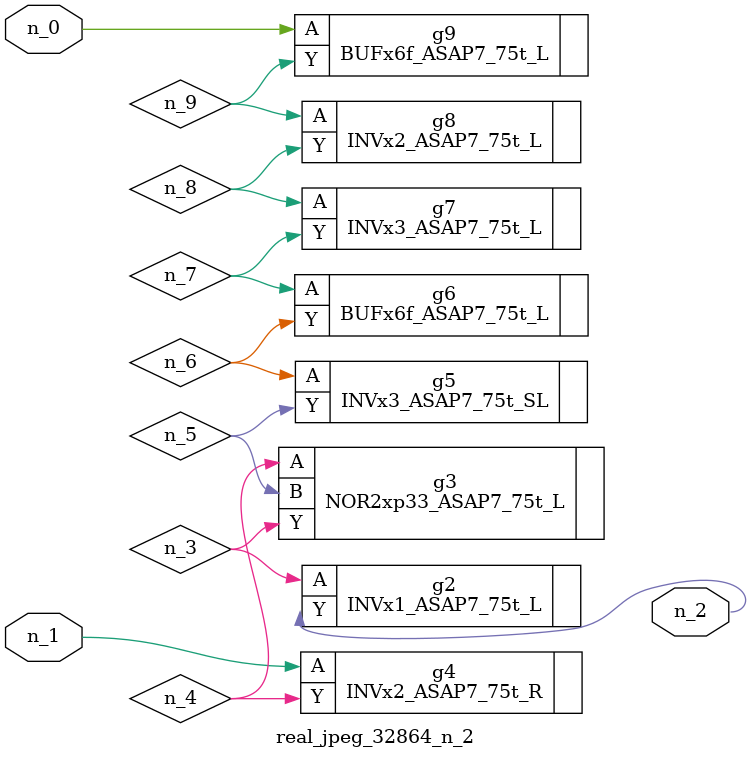
<source format=v>
module real_jpeg_32864_n_2 (n_1, n_0, n_2);

input n_1;
input n_0;

output n_2;

wire n_5;
wire n_4;
wire n_8;
wire n_6;
wire n_7;
wire n_3;
wire n_9;

BUFx6f_ASAP7_75t_L g9 ( 
.A(n_0),
.Y(n_9)
);

INVx2_ASAP7_75t_R g4 ( 
.A(n_1),
.Y(n_4)
);

INVx1_ASAP7_75t_L g2 ( 
.A(n_3),
.Y(n_2)
);

NOR2xp33_ASAP7_75t_L g3 ( 
.A(n_4),
.B(n_5),
.Y(n_3)
);

INVx3_ASAP7_75t_SL g5 ( 
.A(n_6),
.Y(n_5)
);

BUFx6f_ASAP7_75t_L g6 ( 
.A(n_7),
.Y(n_6)
);

INVx3_ASAP7_75t_L g7 ( 
.A(n_8),
.Y(n_7)
);

INVx2_ASAP7_75t_L g8 ( 
.A(n_9),
.Y(n_8)
);


endmodule
</source>
